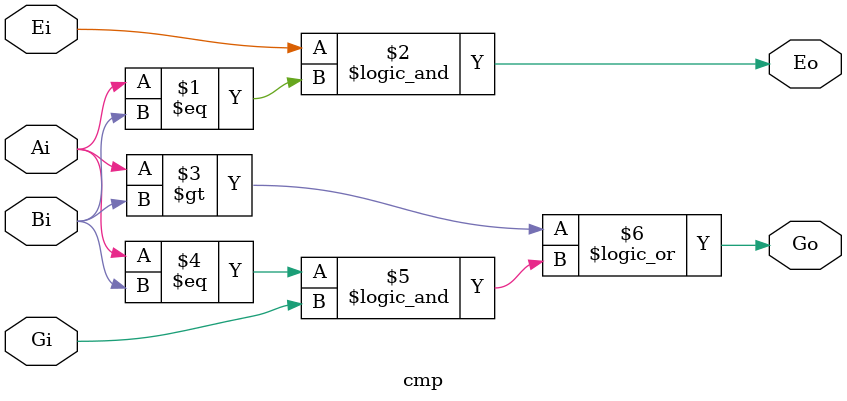
<source format=v>
`timescale 1ns/100ps
module cmp(
    input   Gi,
    Ei,
    input   Ai,
    Bi,
    output  Go,
    Eo
  );
  assign  Eo=Ei&&(Ai==Bi);
  assign  Go=(Ai>Bi)||(Ai==Bi)&&Gi;
  //assign  Lo=(~Eo)&&(~Go);//不大不相等那肯定是小
endmodule

</source>
